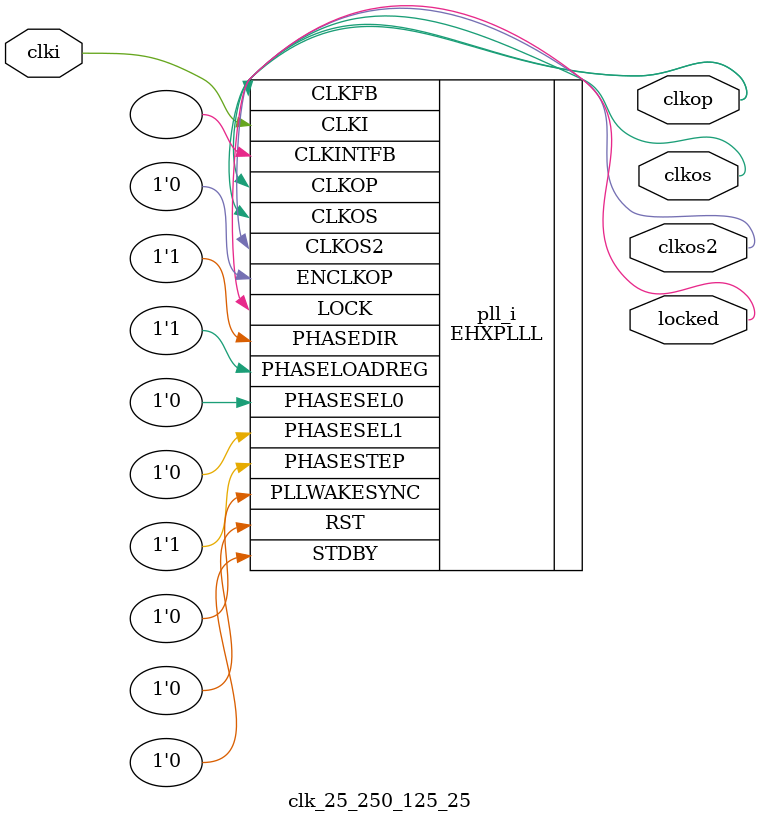
<source format=v>
module clk_25_250_125_25
(
    input clki, // 25 MHz, 0 deg
    output clkop, // 250 MHz, 0 deg
    output clkos, // 125 MHz, 0 deg
    output clkos2, // 25 MHz, 0 deg
    output locked
);
(* FREQUENCY_PIN_CLKI="25" *)
(* FREQUENCY_PIN_CLKOP="250" *)
(* FREQUENCY_PIN_CLKOS="125" *)
(* FREQUENCY_PIN_CLKOS2="25" *)
(* ICP_CURRENT="12" *) (* LPF_RESISTOR="8" *) (* MFG_ENABLE_FILTEROPAMP="1" *) (* MFG_GMCREF_SEL="2" *)
EHXPLLL #(
        .PLLRST_ENA("DISABLED"),
        .INTFB_WAKE("DISABLED"),
        .STDBY_ENABLE("DISABLED"),
        .DPHASE_SOURCE("DISABLED"),
        .OUTDIVIDER_MUXA("DIVA"),
        .OUTDIVIDER_MUXB("DIVB"),
        .OUTDIVIDER_MUXC("DIVC"),
        .OUTDIVIDER_MUXD("DIVD"),
        .CLKI_DIV(1),
        .CLKOP_ENABLE("ENABLED"),
        .CLKOP_DIV(2),
        .CLKOP_CPHASE(0),
        .CLKOP_FPHASE(0),
        .CLKOS_ENABLE("ENABLED"),
        .CLKOS_DIV(4),
        .CLKOS_CPHASE(0),
        .CLKOS_FPHASE(0),
        .CLKOS2_ENABLE("ENABLED"),
        .CLKOS2_DIV(20),
        .CLKOS2_CPHASE(0),
        .CLKOS2_FPHASE(0),
        .FEEDBK_PATH("CLKOP"),
        .CLKFB_DIV(10)
    ) pll_i (
        .RST(1'b0),
        .STDBY(1'b0),
        .CLKI(clki),
        .CLKOP(clkop),
        .CLKOS(clkos),
        .CLKOS2(clkos2),
        .CLKFB(clkop),
        .CLKINTFB(),
        .PHASESEL0(1'b0),
        .PHASESEL1(1'b0),
        .PHASEDIR(1'b1),
        .PHASESTEP(1'b1),
        .PHASELOADREG(1'b1),
        .PLLWAKESYNC(1'b0),
        .ENCLKOP(1'b0),
        .LOCK(locked)
	);
endmodule

</source>
